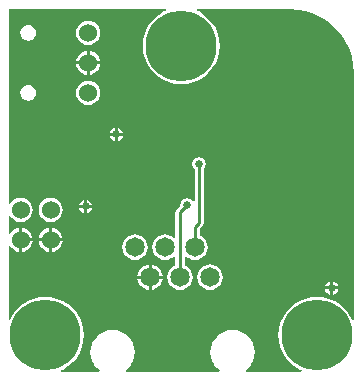
<source format=gbl>
G04*
G04 #@! TF.GenerationSoftware,Altium Limited,Altium Designer,18.0.7 (293)*
G04*
G04 Layer_Physical_Order=2*
G04 Layer_Color=16711680*
%FSLAX25Y25*%
%MOIN*%
G70*
G01*
G75*
%ADD12C,0.01000*%
%ADD32C,0.06500*%
%ADD33C,0.06000*%
%ADD34C,0.23622*%
%ADD35C,0.02500*%
G36*
X98060Y122329D02*
X100796Y121785D01*
X103438Y120888D01*
X105941Y119654D01*
X108261Y118104D01*
X110358Y116264D01*
X112198Y114166D01*
X113748Y111846D01*
X114982Y109344D01*
X115879Y106702D01*
X116423Y103965D01*
X116600Y101276D01*
X116581Y101181D01*
Y18989D01*
X116081Y18889D01*
X115781Y19614D01*
X114727Y21333D01*
X113417Y22866D01*
X111884Y24176D01*
X110165Y25229D01*
X108302Y26001D01*
X106341Y26472D01*
X104331Y26630D01*
X102320Y26472D01*
X100360Y26001D01*
X98497Y25229D01*
X96777Y24176D01*
X95244Y22866D01*
X93934Y21333D01*
X92881Y19614D01*
X92109Y17751D01*
X91638Y15790D01*
X91480Y13780D01*
X91638Y11769D01*
X92109Y9809D01*
X92881Y7946D01*
X93934Y6226D01*
X95244Y4693D01*
X96777Y3383D01*
X98497Y2330D01*
X99221Y2029D01*
X99122Y1529D01*
X80645D01*
X80625Y1561D01*
X80496Y2029D01*
X81356Y2735D01*
X81419Y2813D01*
X81497Y2877D01*
X82297Y3851D01*
X82344Y3940D01*
X82408Y4017D01*
X83002Y5129D01*
X83031Y5225D01*
X83078Y5314D01*
X83444Y6520D01*
X83454Y6620D01*
X83483Y6716D01*
X83607Y7971D01*
X83597Y8071D01*
X83607Y8171D01*
X83483Y9425D01*
X83454Y9522D01*
X83444Y9622D01*
X83078Y10828D01*
X83031Y10916D01*
X83002Y11012D01*
X82408Y12124D01*
X82344Y12202D01*
X82297Y12291D01*
X81497Y13265D01*
X81419Y13329D01*
X81356Y13406D01*
X80381Y14206D01*
X80292Y14254D01*
X80215Y14317D01*
X79103Y14911D01*
X79007Y14941D01*
X78918Y14988D01*
X77712Y15354D01*
X77612Y15364D01*
X77516Y15393D01*
X76261Y15517D01*
X76211Y15512D01*
X76161Y15521D01*
X76112Y15512D01*
X76061Y15517D01*
X74807Y15393D01*
X74711Y15364D01*
X74611Y15354D01*
X73404Y14988D01*
X73316Y14941D01*
X73220Y14911D01*
X72108Y14317D01*
X72030Y14254D01*
X71942Y14206D01*
X70967Y13406D01*
X70903Y13329D01*
X70826Y13265D01*
X70026Y12291D01*
X69979Y12202D01*
X69915Y12124D01*
X69321Y11012D01*
X69292Y10916D01*
X69244Y10828D01*
X68878Y9622D01*
X68868Y9522D01*
X68839Y9425D01*
X68716Y8171D01*
X68726Y8071D01*
X68716Y7971D01*
X68839Y6716D01*
X68868Y6620D01*
X68878Y6520D01*
X69244Y5314D01*
X69292Y5225D01*
X69321Y5129D01*
X69915Y4017D01*
X69979Y3940D01*
X70026Y3851D01*
X70826Y2877D01*
X70903Y2813D01*
X70967Y2735D01*
X71827Y2029D01*
X71698Y1561D01*
X71678Y1529D01*
X40645D01*
X40625Y1561D01*
X40495Y2029D01*
X41356Y2735D01*
X41419Y2813D01*
X41497Y2877D01*
X42297Y3851D01*
X42344Y3940D01*
X42408Y4017D01*
X43002Y5129D01*
X43031Y5225D01*
X43079Y5314D01*
X43444Y6520D01*
X43454Y6620D01*
X43483Y6716D01*
X43607Y7971D01*
X43597Y8071D01*
X43607Y8171D01*
X43483Y9425D01*
X43454Y9522D01*
X43444Y9622D01*
X43079Y10828D01*
X43031Y10916D01*
X43002Y11012D01*
X42408Y12124D01*
X42344Y12202D01*
X42297Y12291D01*
X41497Y13265D01*
X41419Y13329D01*
X41356Y13406D01*
X40381Y14206D01*
X40293Y14254D01*
X40215Y14317D01*
X39103Y14911D01*
X39007Y14941D01*
X38918Y14988D01*
X37712Y15354D01*
X37612Y15364D01*
X37516Y15393D01*
X36261Y15517D01*
X36211Y15512D01*
X36161Y15521D01*
X36112Y15512D01*
X36061Y15517D01*
X34807Y15393D01*
X34711Y15364D01*
X34611Y15354D01*
X33404Y14988D01*
X33316Y14941D01*
X33220Y14911D01*
X32108Y14317D01*
X32030Y14254D01*
X31942Y14206D01*
X30967Y13406D01*
X30904Y13329D01*
X30826Y13265D01*
X30026Y12291D01*
X29979Y12202D01*
X29915Y12124D01*
X29321Y11012D01*
X29292Y10916D01*
X29244Y10828D01*
X28878Y9622D01*
X28868Y9522D01*
X28839Y9425D01*
X28716Y8171D01*
X28726Y8071D01*
X28716Y7971D01*
X28839Y6716D01*
X28868Y6620D01*
X28878Y6520D01*
X29244Y5314D01*
X29292Y5225D01*
X29321Y5129D01*
X29915Y4017D01*
X29979Y3940D01*
X30026Y3851D01*
X30826Y2877D01*
X30904Y2813D01*
X30967Y2735D01*
X31827Y2029D01*
X31698Y1561D01*
X31677Y1529D01*
X18989D01*
X18889Y2029D01*
X19614Y2330D01*
X21333Y3383D01*
X22866Y4693D01*
X24176Y6226D01*
X25229Y7946D01*
X26001Y9809D01*
X26472Y11769D01*
X26630Y13780D01*
X26472Y15790D01*
X26001Y17751D01*
X25229Y19614D01*
X24176Y21333D01*
X22866Y22866D01*
X21333Y24176D01*
X19614Y25229D01*
X17751Y26001D01*
X15790Y26472D01*
X13780Y26630D01*
X11769Y26472D01*
X9809Y26001D01*
X7946Y25229D01*
X6226Y24176D01*
X4693Y22866D01*
X3383Y21333D01*
X2330Y19614D01*
X2029Y18889D01*
X1529Y18989D01*
Y43431D01*
X2029Y43530D01*
X2030Y43530D01*
X2671Y42694D01*
X3506Y42053D01*
X4479Y41650D01*
X5024Y41579D01*
Y45547D01*
Y49516D01*
X4479Y49444D01*
X3506Y49041D01*
X2671Y48400D01*
X2030Y47565D01*
X2029Y47564D01*
X1529Y47663D01*
Y53431D01*
X2029Y53531D01*
X2030Y53530D01*
X2671Y52694D01*
X3506Y52053D01*
X4479Y51650D01*
X5524Y51513D01*
X6568Y51650D01*
X7541Y52053D01*
X8377Y52694D01*
X9018Y53530D01*
X9421Y54503D01*
X9558Y55547D01*
X9421Y56591D01*
X9018Y57565D01*
X8377Y58400D01*
X7541Y59041D01*
X6568Y59444D01*
X5524Y59582D01*
X4479Y59444D01*
X3506Y59041D01*
X2671Y58400D01*
X2030Y57565D01*
X2029Y57564D01*
X1529Y57663D01*
Y122486D01*
X53846D01*
X53946Y121986D01*
X53221Y121686D01*
X51502Y120633D01*
X49968Y119323D01*
X48659Y117790D01*
X47605Y116070D01*
X46833Y114207D01*
X46363Y112247D01*
X46205Y110236D01*
X46363Y108226D01*
X46833Y106265D01*
X47605Y104402D01*
X48659Y102683D01*
X49968Y101149D01*
X51502Y99840D01*
X53221Y98786D01*
X55084Y98014D01*
X57045Y97544D01*
X59055Y97386D01*
X61065Y97544D01*
X63026Y98014D01*
X64889Y98786D01*
X66609Y99840D01*
X68142Y101149D01*
X69451Y102683D01*
X70505Y104402D01*
X71277Y106265D01*
X71747Y108226D01*
X71906Y110236D01*
X71747Y112247D01*
X71277Y114207D01*
X70505Y116070D01*
X69451Y117790D01*
X68142Y119323D01*
X66609Y120633D01*
X64889Y121686D01*
X64165Y121986D01*
X64264Y122486D01*
X95276D01*
X95370Y122505D01*
X98060Y122329D01*
D02*
G37*
%LPC*%
G36*
X8223Y117153D02*
X7825D01*
X7210Y117031D01*
X6843Y116878D01*
X6322Y116530D01*
X6322Y116530D01*
X6041Y116249D01*
X6041Y116249D01*
X5692Y115728D01*
X5540Y115361D01*
X5418Y114746D01*
Y114646D01*
X5398Y114547D01*
X5418Y114449D01*
Y114348D01*
X5540Y113734D01*
X5692Y113366D01*
X6041Y112845D01*
X6041Y112845D01*
X6322Y112564D01*
X6322Y112564D01*
X6843Y112216D01*
X7210Y112064D01*
X7825Y111942D01*
X8223D01*
X8837Y112064D01*
X9205Y112216D01*
X9725Y112564D01*
X9725Y112564D01*
X10007Y112845D01*
X10007Y112845D01*
X10355Y113366D01*
X10507Y113734D01*
X10629Y114348D01*
Y114449D01*
X10649Y114547D01*
X10629Y114646D01*
Y114746D01*
X10507Y115361D01*
X10355Y115728D01*
X10007Y116249D01*
X10007Y116249D01*
X9725Y116530D01*
X9725Y116530D01*
X9205Y116878D01*
X8837Y117031D01*
X8223Y117153D01*
X8223Y117153D01*
D02*
G37*
G36*
X28024Y118582D02*
X26979Y118444D01*
X26006Y118041D01*
X25171Y117400D01*
X24530Y116565D01*
X24127Y115592D01*
X23989Y114547D01*
X24127Y113503D01*
X24530Y112530D01*
X25171Y111694D01*
X26006Y111053D01*
X26979Y110650D01*
X28024Y110513D01*
X29068Y110650D01*
X30041Y111053D01*
X30876Y111694D01*
X31518Y112530D01*
X31921Y113503D01*
X32058Y114547D01*
X31921Y115592D01*
X31518Y116565D01*
X30876Y117400D01*
X30041Y118041D01*
X29068Y118444D01*
X28024Y118582D01*
D02*
G37*
G36*
X28524Y108516D02*
Y105047D01*
X31992D01*
X31921Y105591D01*
X31518Y106564D01*
X30876Y107400D01*
X30041Y108041D01*
X29068Y108444D01*
X28524Y108516D01*
D02*
G37*
G36*
X27524D02*
X26979Y108444D01*
X26006Y108041D01*
X25171Y107400D01*
X24530Y106564D01*
X24127Y105591D01*
X24055Y105047D01*
X27524D01*
Y108516D01*
D02*
G37*
G36*
X31992Y104047D02*
X28524D01*
Y100578D01*
X29068Y100650D01*
X30041Y101053D01*
X30876Y101694D01*
X31518Y102530D01*
X31921Y103503D01*
X31992Y104047D01*
D02*
G37*
G36*
X27524D02*
X24055D01*
X24127Y103503D01*
X24530Y102530D01*
X25171Y101694D01*
X26006Y101053D01*
X26979Y100650D01*
X27524Y100578D01*
Y104047D01*
D02*
G37*
G36*
X8223Y97153D02*
X7825D01*
X7210Y97031D01*
X6843Y96878D01*
X6322Y96530D01*
X6322Y96530D01*
X6041Y96249D01*
X6041Y96249D01*
X5692Y95728D01*
X5540Y95361D01*
X5418Y94746D01*
Y94646D01*
X5398Y94547D01*
X5418Y94449D01*
Y94348D01*
X5540Y93734D01*
X5692Y93366D01*
X6041Y92845D01*
X6041Y92845D01*
X6322Y92564D01*
X6322Y92564D01*
X6843Y92216D01*
X7210Y92064D01*
X7825Y91942D01*
X8223D01*
X8837Y92064D01*
X9205Y92216D01*
X9725Y92564D01*
X9725Y92564D01*
X10007Y92845D01*
X10007Y92845D01*
X10355Y93366D01*
X10507Y93734D01*
X10629Y94348D01*
Y94449D01*
X10649Y94547D01*
X10629Y94646D01*
Y94746D01*
X10507Y95361D01*
X10355Y95728D01*
X10007Y96249D01*
X10007Y96249D01*
X9725Y96530D01*
X9725Y96530D01*
X9205Y96878D01*
X8837Y97031D01*
X8223Y97153D01*
X8223Y97153D01*
D02*
G37*
G36*
X28024Y98582D02*
X26979Y98444D01*
X26006Y98041D01*
X25171Y97400D01*
X24530Y96565D01*
X24127Y95591D01*
X23989Y94547D01*
X24127Y93503D01*
X24530Y92530D01*
X25171Y91694D01*
X26006Y91053D01*
X26979Y90650D01*
X28024Y90513D01*
X29068Y90650D01*
X30041Y91053D01*
X30876Y91694D01*
X31518Y92530D01*
X31921Y93503D01*
X32058Y94547D01*
X31921Y95591D01*
X31518Y96565D01*
X30876Y97400D01*
X30041Y98041D01*
X29068Y98444D01*
X28024Y98582D01*
D02*
G37*
G36*
X37902Y82903D02*
Y81209D01*
X39596D01*
X39521Y81587D01*
X39024Y82331D01*
X38280Y82828D01*
X37902Y82903D01*
D02*
G37*
G36*
X36902D02*
X36524Y82828D01*
X35779Y82331D01*
X35282Y81587D01*
X35207Y81209D01*
X36902D01*
Y82903D01*
D02*
G37*
G36*
X39596Y80209D02*
X37902D01*
Y78514D01*
X38280Y78589D01*
X39024Y79087D01*
X39521Y79831D01*
X39596Y80209D01*
D02*
G37*
G36*
X36902D02*
X35207D01*
X35282Y79831D01*
X35779Y79087D01*
X36524Y78589D01*
X36902Y78514D01*
Y80209D01*
D02*
G37*
G36*
X64961Y73160D02*
X64083Y72986D01*
X63339Y72488D01*
X62841Y71744D01*
X62666Y70866D01*
X62841Y69988D01*
X63339Y69244D01*
X63494Y69140D01*
Y58339D01*
X62994Y58187D01*
X62646Y58709D01*
X61901Y59206D01*
X61024Y59381D01*
X60146Y59206D01*
X59402Y58709D01*
X58904Y57964D01*
X58729Y57087D01*
X58751Y56977D01*
X57580Y55806D01*
X57249Y55310D01*
X57132Y54724D01*
Y46265D01*
X56632Y46148D01*
X55805Y46783D01*
X54771Y47212D01*
X53661Y47357D01*
X52552Y47212D01*
X51518Y46783D01*
X50630Y46102D01*
X49949Y45214D01*
X49521Y44180D01*
X49375Y43071D01*
X49521Y41961D01*
X49949Y40927D01*
X50630Y40040D01*
X51518Y39358D01*
X52552Y38930D01*
X53661Y38784D01*
X54771Y38930D01*
X55805Y39358D01*
X56632Y39993D01*
X57132Y39877D01*
Y37038D01*
X56518Y36783D01*
X55630Y36102D01*
X54949Y35214D01*
X54521Y34180D01*
X54375Y33071D01*
X54521Y31961D01*
X54949Y30928D01*
X55630Y30040D01*
X56518Y29359D01*
X57552Y28930D01*
X58661Y28784D01*
X59771Y28930D01*
X60805Y29359D01*
X61693Y30040D01*
X62374Y30928D01*
X62802Y31961D01*
X62948Y33071D01*
X62802Y34180D01*
X62374Y35214D01*
X61693Y36102D01*
X60805Y36783D01*
X60191Y37038D01*
Y39877D01*
X60691Y39993D01*
X61518Y39358D01*
X62552Y38930D01*
X63661Y38784D01*
X64771Y38930D01*
X65805Y39358D01*
X66693Y40040D01*
X67374Y40927D01*
X67802Y41961D01*
X67948Y43071D01*
X67802Y44180D01*
X67374Y45214D01*
X66693Y46102D01*
X65805Y46783D01*
X65191Y47038D01*
Y49248D01*
X66105Y50163D01*
X66437Y50659D01*
X66553Y51244D01*
Y69224D01*
X66583Y69244D01*
X67080Y69988D01*
X67255Y70866D01*
X67080Y71744D01*
X66583Y72488D01*
X65838Y72986D01*
X64961Y73160D01*
D02*
G37*
G36*
X27665Y58887D02*
Y57193D01*
X29360D01*
X29285Y57571D01*
X28787Y58315D01*
X28043Y58812D01*
X27665Y58887D01*
D02*
G37*
G36*
X26665D02*
X26287Y58812D01*
X25543Y58315D01*
X25046Y57571D01*
X24971Y57193D01*
X26665D01*
Y58887D01*
D02*
G37*
G36*
X29360Y56193D02*
X27665D01*
Y54498D01*
X28043Y54574D01*
X28787Y55071D01*
X29285Y55815D01*
X29360Y56193D01*
D02*
G37*
G36*
X26665D02*
X24971D01*
X25046Y55815D01*
X25543Y55071D01*
X26287Y54574D01*
X26665Y54498D01*
Y56193D01*
D02*
G37*
G36*
X15524Y59582D02*
X14479Y59444D01*
X13506Y59041D01*
X12671Y58400D01*
X12030Y57565D01*
X11627Y56591D01*
X11489Y55547D01*
X11627Y54503D01*
X12030Y53530D01*
X12671Y52694D01*
X13506Y52053D01*
X14479Y51650D01*
X15524Y51513D01*
X16568Y51650D01*
X17541Y52053D01*
X18376Y52694D01*
X19018Y53530D01*
X19421Y54503D01*
X19558Y55547D01*
X19421Y56591D01*
X19018Y57565D01*
X18376Y58400D01*
X17541Y59041D01*
X16568Y59444D01*
X15524Y59582D01*
D02*
G37*
G36*
X16024Y49516D02*
Y46047D01*
X19492D01*
X19421Y46591D01*
X19018Y47565D01*
X18376Y48400D01*
X17541Y49041D01*
X16568Y49444D01*
X16024Y49516D01*
D02*
G37*
G36*
X6024D02*
Y46047D01*
X9492D01*
X9421Y46591D01*
X9018Y47565D01*
X8377Y48400D01*
X7541Y49041D01*
X6568Y49444D01*
X6024Y49516D01*
D02*
G37*
G36*
X15024D02*
X14479Y49444D01*
X13506Y49041D01*
X12671Y48400D01*
X12030Y47565D01*
X11627Y46591D01*
X11555Y46047D01*
X15024D01*
Y49516D01*
D02*
G37*
G36*
X19492Y45047D02*
X16024D01*
Y41579D01*
X16568Y41650D01*
X17541Y42053D01*
X18376Y42694D01*
X19018Y43530D01*
X19421Y44503D01*
X19492Y45047D01*
D02*
G37*
G36*
X9492D02*
X6024D01*
Y41579D01*
X6568Y41650D01*
X7541Y42053D01*
X8377Y42694D01*
X9018Y43530D01*
X9421Y44503D01*
X9492Y45047D01*
D02*
G37*
G36*
X15024D02*
X11555D01*
X11627Y44503D01*
X12030Y43530D01*
X12671Y42694D01*
X13506Y42053D01*
X14479Y41650D01*
X15024Y41579D01*
Y45047D01*
D02*
G37*
G36*
X43661Y47357D02*
X42552Y47212D01*
X41518Y46783D01*
X40630Y46102D01*
X39949Y45214D01*
X39521Y44180D01*
X39375Y43071D01*
X39521Y41961D01*
X39949Y40927D01*
X40630Y40040D01*
X41518Y39358D01*
X42552Y38930D01*
X43661Y38784D01*
X44771Y38930D01*
X45805Y39358D01*
X46692Y40040D01*
X47374Y40927D01*
X47802Y41961D01*
X47948Y43071D01*
X47802Y44180D01*
X47374Y45214D01*
X46692Y46102D01*
X45805Y46783D01*
X44771Y47212D01*
X43661Y47357D01*
D02*
G37*
G36*
X49161Y37292D02*
Y33571D01*
X52882D01*
X52802Y34180D01*
X52374Y35214D01*
X51693Y36102D01*
X50805Y36783D01*
X49771Y37211D01*
X49161Y37292D01*
D02*
G37*
G36*
X48161D02*
X47552Y37211D01*
X46518Y36783D01*
X45630Y36102D01*
X44949Y35214D01*
X44521Y34180D01*
X44441Y33571D01*
X48161D01*
Y37292D01*
D02*
G37*
G36*
X109752Y31722D02*
Y30028D01*
X111447D01*
X111371Y30406D01*
X110874Y31150D01*
X110130Y31647D01*
X109752Y31722D01*
D02*
G37*
G36*
X108752D02*
X108374Y31647D01*
X107630Y31150D01*
X107132Y30406D01*
X107057Y30028D01*
X108752D01*
Y31722D01*
D02*
G37*
G36*
X52882Y32571D02*
X49161D01*
Y28850D01*
X49771Y28930D01*
X50805Y29359D01*
X51693Y30040D01*
X52374Y30928D01*
X52802Y31961D01*
X52882Y32571D01*
D02*
G37*
G36*
X48161D02*
X44441D01*
X44521Y31961D01*
X44949Y30928D01*
X45630Y30040D01*
X46518Y29359D01*
X47552Y28930D01*
X48161Y28850D01*
Y32571D01*
D02*
G37*
G36*
X68661Y37358D02*
X67552Y37211D01*
X66518Y36783D01*
X65630Y36102D01*
X64949Y35214D01*
X64521Y34180D01*
X64375Y33071D01*
X64521Y31961D01*
X64949Y30928D01*
X65630Y30040D01*
X66518Y29359D01*
X67552Y28930D01*
X68661Y28784D01*
X69771Y28930D01*
X70805Y29359D01*
X71693Y30040D01*
X72374Y30928D01*
X72802Y31961D01*
X72948Y33071D01*
X72802Y34180D01*
X72374Y35214D01*
X71693Y36102D01*
X70805Y36783D01*
X69771Y37211D01*
X68661Y37358D01*
D02*
G37*
G36*
X111447Y29028D02*
X109752D01*
Y27333D01*
X110130Y27408D01*
X110874Y27905D01*
X111371Y28650D01*
X111447Y29028D01*
D02*
G37*
G36*
X108752D02*
X107057D01*
X107132Y28650D01*
X107630Y27905D01*
X108374Y27408D01*
X108752Y27333D01*
Y29028D01*
D02*
G37*
%LPD*%
D12*
X65024Y51244D02*
Y70803D01*
X63661Y49882D02*
X65024Y51244D01*
X63661Y43071D02*
Y49882D01*
X64961Y70866D02*
X65024Y70803D01*
X58661Y54724D02*
X61024Y57087D01*
X58661Y33071D02*
Y54724D01*
D32*
X68661Y33071D02*
D03*
X58661D02*
D03*
X48661D02*
D03*
X63661Y43071D02*
D03*
X53661D02*
D03*
X43661D02*
D03*
D33*
X28024Y94547D02*
D03*
Y104547D02*
D03*
Y114547D02*
D03*
X5524Y55547D02*
D03*
Y45547D02*
D03*
X15524Y55547D02*
D03*
Y45547D02*
D03*
D34*
X104331Y13780D02*
D03*
X13780D02*
D03*
X59055Y110236D02*
D03*
D35*
X37402Y80709D02*
D03*
X27165Y56693D02*
D03*
X64961Y70866D02*
D03*
X61024Y57087D02*
D03*
X109252Y29528D02*
D03*
M02*

</source>
